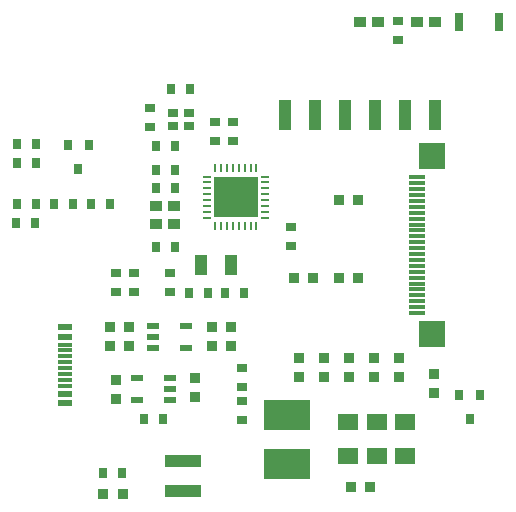
<source format=gtp>
G04*
G04 #@! TF.GenerationSoftware,Altium Limited,Altium Designer,22.6.1 (34)*
G04*
G04 Layer_Color=8421504*
%FSLAX25Y25*%
%MOIN*%
G70*
G04*
G04 #@! TF.SameCoordinates,3CCE4902-C80F-44A4-85C5-196FD7956E2B*
G04*
G04*
G04 #@! TF.FilePolarity,Positive*
G04*
G01*
G75*
%ADD18R,0.02756X0.03543*%
%ADD19R,0.03543X0.02756*%
%ADD20R,0.03150X0.03543*%
%ADD21R,0.03937X0.09843*%
%ADD22R,0.03150X0.06299*%
%ADD23R,0.03937X0.03740*%
%ADD24R,0.04331X0.02362*%
%ADD25R,0.14961X0.13780*%
%ADD26O,0.02953X0.00984*%
%ADD27O,0.00984X0.02953*%
%ADD28R,0.03937X0.07087*%
%ADD29R,0.15748X0.09843*%
%ADD30R,0.03799X0.03543*%
%ADD31R,0.03543X0.03799*%
%ADD32R,0.03347X0.03740*%
%ADD33R,0.03347X0.02953*%
%ADD34R,0.04528X0.01181*%
%ADD35R,0.04528X0.02362*%
%ADD36R,0.12480X0.04016*%
%ADD37R,0.09055X0.09055*%
%ADD38R,0.05512X0.01181*%
%ADD39R,0.07087X0.05276*%
D18*
X-79941Y13669D02*
D03*
X-73721D02*
D03*
X-79941Y33669D02*
D03*
X-73721D02*
D03*
X-79941Y27500D02*
D03*
X-73721D02*
D03*
X-67526Y13669D02*
D03*
X-61305D02*
D03*
X-80110Y7500D02*
D03*
X-73890D02*
D03*
X-28610Y52000D02*
D03*
X-22390D02*
D03*
X-10610Y-16000D02*
D03*
X-4390D02*
D03*
X-22610D02*
D03*
X-16390D02*
D03*
X-31390Y-58000D02*
D03*
X-37610D02*
D03*
X-44890Y-76000D02*
D03*
X-51110D02*
D03*
X-33610Y33000D02*
D03*
X-27390D02*
D03*
X-33610Y25000D02*
D03*
X-27390D02*
D03*
Y19000D02*
D03*
X-33610D02*
D03*
X-27390Y-500D02*
D03*
X-33610D02*
D03*
X-48890Y13669D02*
D03*
X-55110D02*
D03*
D19*
X47000Y74610D02*
D03*
Y68390D02*
D03*
X11500Y6000D02*
D03*
Y-221D02*
D03*
X-5000Y-47110D02*
D03*
Y-40890D02*
D03*
Y-58110D02*
D03*
Y-51890D02*
D03*
X-29000Y-9390D02*
D03*
Y-15610D02*
D03*
X-8000Y34890D02*
D03*
Y41110D02*
D03*
X-14000Y34890D02*
D03*
Y41110D02*
D03*
X-35500Y45610D02*
D03*
Y39390D02*
D03*
X-41000Y-15610D02*
D03*
Y-9390D02*
D03*
X-47000Y-15610D02*
D03*
Y-9390D02*
D03*
D20*
X-55957Y33437D02*
D03*
X-63043D02*
D03*
X-59500Y25563D02*
D03*
X71000Y-57937D02*
D03*
X74543Y-50063D02*
D03*
X67457D02*
D03*
D21*
X59500Y43500D02*
D03*
X49500D02*
D03*
X39500D02*
D03*
X29500D02*
D03*
X19500D02*
D03*
X9500D02*
D03*
D22*
X80693Y74500D02*
D03*
X67307D02*
D03*
D23*
X53427D02*
D03*
X59333D02*
D03*
X40453D02*
D03*
X34547D02*
D03*
X-33453Y13000D02*
D03*
X-27547D02*
D03*
X-27547Y7000D02*
D03*
X-33453D02*
D03*
D24*
X-34512Y-26800D02*
D03*
X-23488D02*
D03*
X-34512Y-30540D02*
D03*
Y-34280D02*
D03*
X-23488D02*
D03*
X-28988Y-51700D02*
D03*
X-40012D02*
D03*
X-28988Y-47960D02*
D03*
Y-44220D02*
D03*
X-40012D02*
D03*
D25*
X-7000Y16000D02*
D03*
D26*
X-16646Y9110D02*
D03*
Y11079D02*
D03*
Y13047D02*
D03*
Y15016D02*
D03*
Y16984D02*
D03*
Y18953D02*
D03*
Y20921D02*
D03*
Y22890D02*
D03*
X2646D02*
D03*
Y20921D02*
D03*
Y18953D02*
D03*
Y16984D02*
D03*
Y15016D02*
D03*
Y13047D02*
D03*
Y11079D02*
D03*
Y9110D02*
D03*
D27*
X-13890Y25646D02*
D03*
X-11921D02*
D03*
X-9953D02*
D03*
X-7984D02*
D03*
X-6016D02*
D03*
X-4047D02*
D03*
X-2079D02*
D03*
X-110D02*
D03*
Y6354D02*
D03*
X-2079D02*
D03*
X-4047D02*
D03*
X-6016D02*
D03*
X-7984D02*
D03*
X-9953D02*
D03*
X-11921D02*
D03*
X-13890D02*
D03*
D28*
X-18421Y-6500D02*
D03*
X-8579D02*
D03*
D29*
X10000Y-72874D02*
D03*
Y-56732D02*
D03*
D30*
X31350Y-80500D02*
D03*
X37650D02*
D03*
X27350Y15000D02*
D03*
X33650D02*
D03*
X27350Y-11000D02*
D03*
X33650D02*
D03*
X18650D02*
D03*
X12350D02*
D03*
D31*
X-42500Y-33650D02*
D03*
Y-27350D02*
D03*
X-49000Y-33650D02*
D03*
Y-27350D02*
D03*
X-15000Y-33650D02*
D03*
Y-27350D02*
D03*
X-8500Y-33650D02*
D03*
Y-27350D02*
D03*
X-20500Y-50650D02*
D03*
Y-44350D02*
D03*
X-47000Y-51150D02*
D03*
Y-44850D02*
D03*
X59000Y-42850D02*
D03*
Y-49150D02*
D03*
X47500Y-44000D02*
D03*
Y-37701D02*
D03*
X39125D02*
D03*
Y-44000D02*
D03*
X30750D02*
D03*
Y-37701D02*
D03*
X22375D02*
D03*
Y-44000D02*
D03*
X14000D02*
D03*
Y-37701D02*
D03*
D32*
X-51346Y-83000D02*
D03*
X-44653D02*
D03*
D33*
X-27815Y44000D02*
D03*
Y39866D02*
D03*
X-22500Y44000D02*
D03*
Y39866D02*
D03*
D34*
X-63779Y-33110D02*
D03*
Y-35079D02*
D03*
Y-37047D02*
D03*
Y-46890D02*
D03*
Y-44921D02*
D03*
Y-42953D02*
D03*
Y-39016D02*
D03*
Y-40984D02*
D03*
D35*
Y-49449D02*
D03*
Y-30551D02*
D03*
Y-52598D02*
D03*
Y-27402D02*
D03*
D36*
X-24500Y-72000D02*
D03*
Y-82000D02*
D03*
D37*
X58421Y-29626D02*
D03*
Y29626D02*
D03*
D38*
X53500Y-6890D02*
D03*
Y20669D02*
D03*
Y18701D02*
D03*
Y16732D02*
D03*
Y14764D02*
D03*
Y12795D02*
D03*
Y10827D02*
D03*
Y8858D02*
D03*
Y6890D02*
D03*
Y4921D02*
D03*
Y2953D02*
D03*
Y984D02*
D03*
Y-984D02*
D03*
Y-2953D02*
D03*
Y-4921D02*
D03*
Y-8858D02*
D03*
Y-10827D02*
D03*
Y-12795D02*
D03*
Y-14764D02*
D03*
Y-16732D02*
D03*
Y-18701D02*
D03*
Y-20669D02*
D03*
Y-22638D02*
D03*
Y22638D02*
D03*
D03*
D39*
X49500Y-58870D02*
D03*
Y-70130D02*
D03*
X40000D02*
D03*
Y-58870D02*
D03*
X30500D02*
D03*
Y-70130D02*
D03*
M02*

</source>
